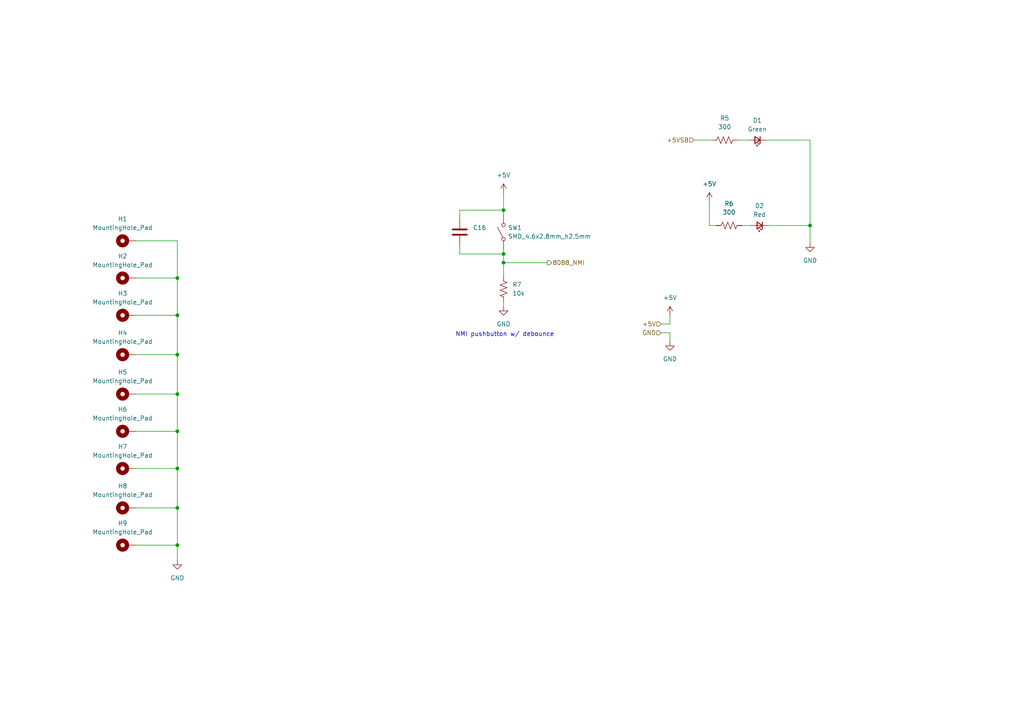
<source format=kicad_sch>
(kicad_sch
	(version 20231120)
	(generator "eeschema")
	(generator_version "8.0")
	(uuid "ed590157-7686-4133-94e5-4b4a748bc5bd")
	(paper "A4")
	(lib_symbols
		(symbol "Device:C"
			(pin_numbers hide)
			(pin_names
				(offset 0.254)
			)
			(exclude_from_sim no)
			(in_bom yes)
			(on_board yes)
			(property "Reference" "C"
				(at 0.635 2.54 0)
				(effects
					(font
						(size 1.27 1.27)
					)
					(justify left)
				)
			)
			(property "Value" "C"
				(at 0.635 -2.54 0)
				(effects
					(font
						(size 1.27 1.27)
					)
					(justify left)
				)
			)
			(property "Footprint" ""
				(at 0.9652 -3.81 0)
				(effects
					(font
						(size 1.27 1.27)
					)
					(hide yes)
				)
			)
			(property "Datasheet" "~"
				(at 0 0 0)
				(effects
					(font
						(size 1.27 1.27)
					)
					(hide yes)
				)
			)
			(property "Description" "Unpolarized capacitor"
				(at 0 0 0)
				(effects
					(font
						(size 1.27 1.27)
					)
					(hide yes)
				)
			)
			(property "ki_keywords" "cap capacitor"
				(at 0 0 0)
				(effects
					(font
						(size 1.27 1.27)
					)
					(hide yes)
				)
			)
			(property "ki_fp_filters" "C_*"
				(at 0 0 0)
				(effects
					(font
						(size 1.27 1.27)
					)
					(hide yes)
				)
			)
			(symbol "C_0_1"
				(polyline
					(pts
						(xy -2.032 -0.762) (xy 2.032 -0.762)
					)
					(stroke
						(width 0.508)
						(type default)
					)
					(fill
						(type none)
					)
				)
				(polyline
					(pts
						(xy -2.032 0.762) (xy 2.032 0.762)
					)
					(stroke
						(width 0.508)
						(type default)
					)
					(fill
						(type none)
					)
				)
			)
			(symbol "C_1_1"
				(pin passive line
					(at 0 3.81 270)
					(length 2.794)
					(name "~"
						(effects
							(font
								(size 1.27 1.27)
							)
						)
					)
					(number "1"
						(effects
							(font
								(size 1.27 1.27)
							)
						)
					)
				)
				(pin passive line
					(at 0 -3.81 90)
					(length 2.794)
					(name "~"
						(effects
							(font
								(size 1.27 1.27)
							)
						)
					)
					(number "2"
						(effects
							(font
								(size 1.27 1.27)
							)
						)
					)
				)
			)
		)
		(symbol "Device:LED_Small"
			(pin_numbers hide)
			(pin_names
				(offset 0.254) hide)
			(exclude_from_sim no)
			(in_bom yes)
			(on_board yes)
			(property "Reference" "D"
				(at -1.27 3.175 0)
				(effects
					(font
						(size 1.27 1.27)
					)
					(justify left)
				)
			)
			(property "Value" "LED_Small"
				(at -4.445 -2.54 0)
				(effects
					(font
						(size 1.27 1.27)
					)
					(justify left)
				)
			)
			(property "Footprint" ""
				(at 0 0 90)
				(effects
					(font
						(size 1.27 1.27)
					)
					(hide yes)
				)
			)
			(property "Datasheet" "~"
				(at 0 0 90)
				(effects
					(font
						(size 1.27 1.27)
					)
					(hide yes)
				)
			)
			(property "Description" "Light emitting diode, small symbol"
				(at 0 0 0)
				(effects
					(font
						(size 1.27 1.27)
					)
					(hide yes)
				)
			)
			(property "ki_keywords" "LED diode light-emitting-diode"
				(at 0 0 0)
				(effects
					(font
						(size 1.27 1.27)
					)
					(hide yes)
				)
			)
			(property "ki_fp_filters" "LED* LED_SMD:* LED_THT:*"
				(at 0 0 0)
				(effects
					(font
						(size 1.27 1.27)
					)
					(hide yes)
				)
			)
			(symbol "LED_Small_0_1"
				(polyline
					(pts
						(xy -0.762 -1.016) (xy -0.762 1.016)
					)
					(stroke
						(width 0.254)
						(type default)
					)
					(fill
						(type none)
					)
				)
				(polyline
					(pts
						(xy 1.016 0) (xy -0.762 0)
					)
					(stroke
						(width 0)
						(type default)
					)
					(fill
						(type none)
					)
				)
				(polyline
					(pts
						(xy 0.762 -1.016) (xy -0.762 0) (xy 0.762 1.016) (xy 0.762 -1.016)
					)
					(stroke
						(width 0.254)
						(type default)
					)
					(fill
						(type none)
					)
				)
				(polyline
					(pts
						(xy 0 0.762) (xy -0.508 1.27) (xy -0.254 1.27) (xy -0.508 1.27) (xy -0.508 1.016)
					)
					(stroke
						(width 0)
						(type default)
					)
					(fill
						(type none)
					)
				)
				(polyline
					(pts
						(xy 0.508 1.27) (xy 0 1.778) (xy 0.254 1.778) (xy 0 1.778) (xy 0 1.524)
					)
					(stroke
						(width 0)
						(type default)
					)
					(fill
						(type none)
					)
				)
			)
			(symbol "LED_Small_1_1"
				(pin passive line
					(at -2.54 0 0)
					(length 1.778)
					(name "K"
						(effects
							(font
								(size 1.27 1.27)
							)
						)
					)
					(number "1"
						(effects
							(font
								(size 1.27 1.27)
							)
						)
					)
				)
				(pin passive line
					(at 2.54 0 180)
					(length 1.778)
					(name "A"
						(effects
							(font
								(size 1.27 1.27)
							)
						)
					)
					(number "2"
						(effects
							(font
								(size 1.27 1.27)
							)
						)
					)
				)
			)
		)
		(symbol "Device:R_US"
			(pin_numbers hide)
			(pin_names
				(offset 0)
			)
			(exclude_from_sim no)
			(in_bom yes)
			(on_board yes)
			(property "Reference" "R"
				(at 2.54 0 90)
				(effects
					(font
						(size 1.27 1.27)
					)
				)
			)
			(property "Value" "R_US"
				(at -2.54 0 90)
				(effects
					(font
						(size 1.27 1.27)
					)
				)
			)
			(property "Footprint" ""
				(at 1.016 -0.254 90)
				(effects
					(font
						(size 1.27 1.27)
					)
					(hide yes)
				)
			)
			(property "Datasheet" "~"
				(at 0 0 0)
				(effects
					(font
						(size 1.27 1.27)
					)
					(hide yes)
				)
			)
			(property "Description" "Resistor, US symbol"
				(at 0 0 0)
				(effects
					(font
						(size 1.27 1.27)
					)
					(hide yes)
				)
			)
			(property "ki_keywords" "R res resistor"
				(at 0 0 0)
				(effects
					(font
						(size 1.27 1.27)
					)
					(hide yes)
				)
			)
			(property "ki_fp_filters" "R_*"
				(at 0 0 0)
				(effects
					(font
						(size 1.27 1.27)
					)
					(hide yes)
				)
			)
			(symbol "R_US_0_1"
				(polyline
					(pts
						(xy 0 -2.286) (xy 0 -2.54)
					)
					(stroke
						(width 0)
						(type default)
					)
					(fill
						(type none)
					)
				)
				(polyline
					(pts
						(xy 0 2.286) (xy 0 2.54)
					)
					(stroke
						(width 0)
						(type default)
					)
					(fill
						(type none)
					)
				)
				(polyline
					(pts
						(xy 0 -0.762) (xy 1.016 -1.143) (xy 0 -1.524) (xy -1.016 -1.905) (xy 0 -2.286)
					)
					(stroke
						(width 0)
						(type default)
					)
					(fill
						(type none)
					)
				)
				(polyline
					(pts
						(xy 0 0.762) (xy 1.016 0.381) (xy 0 0) (xy -1.016 -0.381) (xy 0 -0.762)
					)
					(stroke
						(width 0)
						(type default)
					)
					(fill
						(type none)
					)
				)
				(polyline
					(pts
						(xy 0 2.286) (xy 1.016 1.905) (xy 0 1.524) (xy -1.016 1.143) (xy 0 0.762)
					)
					(stroke
						(width 0)
						(type default)
					)
					(fill
						(type none)
					)
				)
			)
			(symbol "R_US_1_1"
				(pin passive line
					(at 0 3.81 270)
					(length 1.27)
					(name "~"
						(effects
							(font
								(size 1.27 1.27)
							)
						)
					)
					(number "1"
						(effects
							(font
								(size 1.27 1.27)
							)
						)
					)
				)
				(pin passive line
					(at 0 -3.81 90)
					(length 1.27)
					(name "~"
						(effects
							(font
								(size 1.27 1.27)
							)
						)
					)
					(number "2"
						(effects
							(font
								(size 1.27 1.27)
							)
						)
					)
				)
			)
		)
		(symbol "Mechanical:MountingHole_Pad"
			(pin_numbers hide)
			(pin_names
				(offset 1.016) hide)
			(exclude_from_sim no)
			(in_bom yes)
			(on_board yes)
			(property "Reference" "H"
				(at 0 6.35 0)
				(effects
					(font
						(size 1.27 1.27)
					)
				)
			)
			(property "Value" "MountingHole_Pad"
				(at 0 4.445 0)
				(effects
					(font
						(size 1.27 1.27)
					)
				)
			)
			(property "Footprint" ""
				(at 0 0 0)
				(effects
					(font
						(size 1.27 1.27)
					)
					(hide yes)
				)
			)
			(property "Datasheet" "~"
				(at 0 0 0)
				(effects
					(font
						(size 1.27 1.27)
					)
					(hide yes)
				)
			)
			(property "Description" "Mounting Hole with connection"
				(at 0 0 0)
				(effects
					(font
						(size 1.27 1.27)
					)
					(hide yes)
				)
			)
			(property "ki_keywords" "mounting hole"
				(at 0 0 0)
				(effects
					(font
						(size 1.27 1.27)
					)
					(hide yes)
				)
			)
			(property "ki_fp_filters" "MountingHole*Pad*"
				(at 0 0 0)
				(effects
					(font
						(size 1.27 1.27)
					)
					(hide yes)
				)
			)
			(symbol "MountingHole_Pad_0_1"
				(circle
					(center 0 1.27)
					(radius 1.27)
					(stroke
						(width 1.27)
						(type default)
					)
					(fill
						(type none)
					)
				)
			)
			(symbol "MountingHole_Pad_1_1"
				(pin input line
					(at 0 -2.54 90)
					(length 2.54)
					(name "1"
						(effects
							(font
								(size 1.27 1.27)
							)
						)
					)
					(number "1"
						(effects
							(font
								(size 1.27 1.27)
							)
						)
					)
				)
			)
		)
		(symbol "SparkFun-Switch:SPST_Momentary_SMD_4.6x2.8mm_h2.5mm"
			(pin_numbers hide)
			(pin_names
				(offset 0) hide)
			(exclude_from_sim no)
			(in_bom yes)
			(on_board yes)
			(property "Reference" "SW"
				(at 0 3.175 0)
				(effects
					(font
						(size 1.27 1.27)
					)
				)
			)
			(property "Value" "SMD_4.6x2.8mm_h2.5mm"
				(at 0 -2.54 0)
				(effects
					(font
						(size 1.27 1.27)
					)
				)
			)
			(property "Footprint" "SparkFun-Switch:Momentary_SMD_4.6x2.8mm_h2.5mm"
				(at 0 -5.08 0)
				(effects
					(font
						(size 1.27 1.27)
					)
					(hide yes)
				)
			)
			(property "Datasheet" "~"
				(at 0 -10.16 0)
				(effects
					(font
						(size 1.27 1.27)
					)
					(hide yes)
				)
			)
			(property "Description" "Single Pole Single Throw (SPST) switch"
				(at 0 0 0)
				(effects
					(font
						(size 1.27 1.27)
					)
					(hide yes)
				)
			)
			(property "PROD_ID" "SWCH-15606"
				(at 0 -7.62 0)
				(effects
					(font
						(size 1.27 1.27)
					)
					(hide yes)
				)
			)
			(property "ki_keywords" "switch lever"
				(at 0 0 0)
				(effects
					(font
						(size 1.27 1.27)
					)
					(hide yes)
				)
			)
			(symbol "SPST_Momentary_SMD_4.6x2.8mm_h2.5mm_0_0"
				(circle
					(center -2.032 0)
					(radius 0.508)
					(stroke
						(width 0)
						(type default)
					)
					(fill
						(type none)
					)
				)
				(polyline
					(pts
						(xy -1.524 0.254) (xy 1.524 1.778)
					)
					(stroke
						(width 0)
						(type default)
					)
					(fill
						(type none)
					)
				)
				(circle
					(center 2.032 0)
					(radius 0.508)
					(stroke
						(width 0)
						(type default)
					)
					(fill
						(type none)
					)
				)
			)
			(symbol "SPST_Momentary_SMD_4.6x2.8mm_h2.5mm_1_1"
				(pin passive line
					(at -5.08 0 0)
					(length 2.54)
					(name "A"
						(effects
							(font
								(size 1.27 1.27)
							)
						)
					)
					(number "1"
						(effects
							(font
								(size 1.27 1.27)
							)
						)
					)
				)
				(pin passive line
					(at 5.08 0 180)
					(length 2.54)
					(name "B"
						(effects
							(font
								(size 1.27 1.27)
							)
						)
					)
					(number "2"
						(effects
							(font
								(size 1.27 1.27)
							)
						)
					)
				)
			)
		)
		(symbol "power:+5V"
			(power)
			(pin_names
				(offset 0)
			)
			(exclude_from_sim no)
			(in_bom yes)
			(on_board yes)
			(property "Reference" "#PWR"
				(at 0 -3.81 0)
				(effects
					(font
						(size 1.27 1.27)
					)
					(hide yes)
				)
			)
			(property "Value" "+5V"
				(at 0 3.556 0)
				(effects
					(font
						(size 1.27 1.27)
					)
				)
			)
			(property "Footprint" ""
				(at 0 0 0)
				(effects
					(font
						(size 1.27 1.27)
					)
					(hide yes)
				)
			)
			(property "Datasheet" ""
				(at 0 0 0)
				(effects
					(font
						(size 1.27 1.27)
					)
					(hide yes)
				)
			)
			(property "Description" "Power symbol creates a global label with name \"+5V\""
				(at 0 0 0)
				(effects
					(font
						(size 1.27 1.27)
					)
					(hide yes)
				)
			)
			(property "ki_keywords" "global power"
				(at 0 0 0)
				(effects
					(font
						(size 1.27 1.27)
					)
					(hide yes)
				)
			)
			(symbol "+5V_0_1"
				(polyline
					(pts
						(xy -0.762 1.27) (xy 0 2.54)
					)
					(stroke
						(width 0)
						(type default)
					)
					(fill
						(type none)
					)
				)
				(polyline
					(pts
						(xy 0 0) (xy 0 2.54)
					)
					(stroke
						(width 0)
						(type default)
					)
					(fill
						(type none)
					)
				)
				(polyline
					(pts
						(xy 0 2.54) (xy 0.762 1.27)
					)
					(stroke
						(width 0)
						(type default)
					)
					(fill
						(type none)
					)
				)
			)
			(symbol "+5V_1_1"
				(pin power_in line
					(at 0 0 90)
					(length 0) hide
					(name "+5V"
						(effects
							(font
								(size 1.27 1.27)
							)
						)
					)
					(number "1"
						(effects
							(font
								(size 1.27 1.27)
							)
						)
					)
				)
			)
		)
		(symbol "power:GND"
			(power)
			(pin_names
				(offset 0)
			)
			(exclude_from_sim no)
			(in_bom yes)
			(on_board yes)
			(property "Reference" "#PWR"
				(at 0 -6.35 0)
				(effects
					(font
						(size 1.27 1.27)
					)
					(hide yes)
				)
			)
			(property "Value" "GND"
				(at 0 -3.81 0)
				(effects
					(font
						(size 1.27 1.27)
					)
				)
			)
			(property "Footprint" ""
				(at 0 0 0)
				(effects
					(font
						(size 1.27 1.27)
					)
					(hide yes)
				)
			)
			(property "Datasheet" ""
				(at 0 0 0)
				(effects
					(font
						(size 1.27 1.27)
					)
					(hide yes)
				)
			)
			(property "Description" "Power symbol creates a global label with name \"GND\" , ground"
				(at 0 0 0)
				(effects
					(font
						(size 1.27 1.27)
					)
					(hide yes)
				)
			)
			(property "ki_keywords" "global power"
				(at 0 0 0)
				(effects
					(font
						(size 1.27 1.27)
					)
					(hide yes)
				)
			)
			(symbol "GND_0_1"
				(polyline
					(pts
						(xy 0 0) (xy 0 -1.27) (xy 1.27 -1.27) (xy 0 -2.54) (xy -1.27 -1.27) (xy 0 -1.27)
					)
					(stroke
						(width 0)
						(type default)
					)
					(fill
						(type none)
					)
				)
			)
			(symbol "GND_1_1"
				(pin power_in line
					(at 0 0 270)
					(length 0) hide
					(name "GND"
						(effects
							(font
								(size 1.27 1.27)
							)
						)
					)
					(number "1"
						(effects
							(font
								(size 1.27 1.27)
							)
						)
					)
				)
			)
		)
	)
	(junction
		(at 146.05 76.2)
		(diameter 0)
		(color 0 0 0 0)
		(uuid "04b00bb8-2d3e-4f5e-9fb6-01ee50bfdaa7")
	)
	(junction
		(at 146.05 73.66)
		(diameter 0)
		(color 0 0 0 0)
		(uuid "1155bf37-6997-4f66-939d-45ebedecf4d7")
	)
	(junction
		(at 51.435 147.32)
		(diameter 0)
		(color 0 0 0 0)
		(uuid "39bef776-d8ad-4f5a-805b-dc999348e261")
	)
	(junction
		(at 51.435 91.44)
		(diameter 0)
		(color 0 0 0 0)
		(uuid "3e775321-eac9-431e-bd42-b02720e7ab2f")
	)
	(junction
		(at 51.435 125.095)
		(diameter 0)
		(color 0 0 0 0)
		(uuid "57b11d60-17ae-4d57-badc-c0d6479ed33c")
	)
	(junction
		(at 51.435 158.115)
		(diameter 0)
		(color 0 0 0 0)
		(uuid "618240a1-6add-4212-8d71-8ae426c71d2c")
	)
	(junction
		(at 234.95 65.405)
		(diameter 0)
		(color 0 0 0 0)
		(uuid "966bdd8f-8909-4380-8cc4-92cc9a275de4")
	)
	(junction
		(at 51.435 102.87)
		(diameter 0)
		(color 0 0 0 0)
		(uuid "a4e2a2e6-4935-4178-8004-4f28459b6b4d")
	)
	(junction
		(at 51.435 135.89)
		(diameter 0)
		(color 0 0 0 0)
		(uuid "a8c20ecb-342c-4b52-9051-b6bcb2c62a53")
	)
	(junction
		(at 51.435 114.3)
		(diameter 0)
		(color 0 0 0 0)
		(uuid "acb742da-b784-4308-b042-95b59d658b6c")
	)
	(junction
		(at 146.05 60.96)
		(diameter 0)
		(color 0 0 0 0)
		(uuid "b14a60eb-2eb4-4a35-9d51-1c07dc368925")
	)
	(junction
		(at 51.435 80.645)
		(diameter 0)
		(color 0 0 0 0)
		(uuid "b4bf27fe-338d-4115-a4b4-e85d58743dbf")
	)
	(wire
		(pts
			(xy 51.435 114.3) (xy 51.435 102.87)
		)
		(stroke
			(width 0)
			(type default)
		)
		(uuid "013500b2-51be-4240-b0d5-04edacf1e399")
	)
	(wire
		(pts
			(xy 39.37 158.115) (xy 51.435 158.115)
		)
		(stroke
			(width 0)
			(type default)
		)
		(uuid "06f4cbb2-4288-4b7d-acf0-928aafe62b5f")
	)
	(wire
		(pts
			(xy 39.37 80.645) (xy 51.435 80.645)
		)
		(stroke
			(width 0)
			(type default)
		)
		(uuid "0e4c94c7-3f91-4fa6-a56e-1ccf4833d9e7")
	)
	(wire
		(pts
			(xy 39.37 125.095) (xy 51.435 125.095)
		)
		(stroke
			(width 0)
			(type default)
		)
		(uuid "16dfac3f-8741-4293-a719-358d484e98d4")
	)
	(wire
		(pts
			(xy 51.435 80.645) (xy 51.435 69.85)
		)
		(stroke
			(width 0)
			(type default)
		)
		(uuid "1a7dd313-bbe4-404c-aebd-45ece50d3b5c")
	)
	(wire
		(pts
			(xy 234.95 40.64) (xy 234.95 65.405)
		)
		(stroke
			(width 0)
			(type default)
		)
		(uuid "1be1b1ac-74c4-4cc0-962b-3bbd95535150")
	)
	(wire
		(pts
			(xy 51.435 102.87) (xy 51.435 91.44)
		)
		(stroke
			(width 0)
			(type default)
		)
		(uuid "21a94be6-8f9b-4f90-904c-ef33a41afcc3")
	)
	(wire
		(pts
			(xy 146.05 72.39) (xy 146.05 73.66)
		)
		(stroke
			(width 0)
			(type default)
		)
		(uuid "25a10bb5-9b98-4002-ae93-88d08b6b9739")
	)
	(wire
		(pts
			(xy 51.435 158.115) (xy 51.435 147.32)
		)
		(stroke
			(width 0)
			(type default)
		)
		(uuid "2cba2dff-eec4-4d1f-988f-8591ec252977")
	)
	(wire
		(pts
			(xy 146.05 76.2) (xy 158.75 76.2)
		)
		(stroke
			(width 0)
			(type default)
		)
		(uuid "2dde48cf-e070-4e12-8dbe-ffccb1f1eaad")
	)
	(wire
		(pts
			(xy 205.74 58.42) (xy 205.74 65.405)
		)
		(stroke
			(width 0)
			(type default)
		)
		(uuid "3417802f-8fb3-4628-94ed-de8bea5be7ed")
	)
	(wire
		(pts
			(xy 191.77 93.98) (xy 194.31 93.98)
		)
		(stroke
			(width 0)
			(type default)
		)
		(uuid "37b41016-c824-46b7-83e1-271e60d1fc26")
	)
	(wire
		(pts
			(xy 201.295 40.64) (xy 206.375 40.64)
		)
		(stroke
			(width 0)
			(type default)
		)
		(uuid "405ede7f-ddaa-48e2-9ebe-e8b60cbdee50")
	)
	(wire
		(pts
			(xy 133.35 73.66) (xy 146.05 73.66)
		)
		(stroke
			(width 0)
			(type default)
		)
		(uuid "44527bb3-f8fe-491c-b6ee-0bffd8980d31")
	)
	(wire
		(pts
			(xy 213.995 40.64) (xy 217.17 40.64)
		)
		(stroke
			(width 0)
			(type default)
		)
		(uuid "45a1f584-0d1f-46eb-8e79-afe4cbc372b7")
	)
	(wire
		(pts
			(xy 133.35 60.96) (xy 146.05 60.96)
		)
		(stroke
			(width 0)
			(type default)
		)
		(uuid "4c1feddb-c7aa-4ba9-a21d-aa58dc749fdf")
	)
	(wire
		(pts
			(xy 51.435 147.32) (xy 51.435 135.89)
		)
		(stroke
			(width 0)
			(type default)
		)
		(uuid "4e5c829c-c93b-4f6a-8330-261659f93510")
	)
	(wire
		(pts
			(xy 146.05 55.88) (xy 146.05 60.96)
		)
		(stroke
			(width 0)
			(type default)
		)
		(uuid "58ae16e0-8d30-4b1e-a084-41ff765d3228")
	)
	(wire
		(pts
			(xy 146.05 73.66) (xy 146.05 76.2)
		)
		(stroke
			(width 0)
			(type default)
		)
		(uuid "6637a609-eba4-48eb-a2c8-72451be745d8")
	)
	(wire
		(pts
			(xy 194.31 93.98) (xy 194.31 91.44)
		)
		(stroke
			(width 0)
			(type default)
		)
		(uuid "70bce4da-59c8-4790-828a-81af57436176")
	)
	(wire
		(pts
			(xy 234.95 65.405) (xy 234.95 70.485)
		)
		(stroke
			(width 0)
			(type default)
		)
		(uuid "8071195c-254e-410b-a197-478103e27bc9")
	)
	(wire
		(pts
			(xy 51.435 69.85) (xy 39.37 69.85)
		)
		(stroke
			(width 0)
			(type default)
		)
		(uuid "87a68dfc-1445-430e-9416-5b14b1da0530")
	)
	(wire
		(pts
			(xy 146.05 87.63) (xy 146.05 88.9)
		)
		(stroke
			(width 0)
			(type default)
		)
		(uuid "882b6057-9c58-4b4e-8837-63f6f31be656")
	)
	(wire
		(pts
			(xy 133.35 71.12) (xy 133.35 73.66)
		)
		(stroke
			(width 0)
			(type default)
		)
		(uuid "893b0de5-b83a-45bc-b149-331df4ab4712")
	)
	(wire
		(pts
			(xy 133.35 63.5) (xy 133.35 60.96)
		)
		(stroke
			(width 0)
			(type default)
		)
		(uuid "8b33a325-c271-4477-b48e-4a0de8839c9a")
	)
	(wire
		(pts
			(xy 194.31 96.52) (xy 194.31 99.06)
		)
		(stroke
			(width 0)
			(type default)
		)
		(uuid "9813de58-b5f7-44c0-bbc3-861907d38e1d")
	)
	(wire
		(pts
			(xy 222.25 40.64) (xy 234.95 40.64)
		)
		(stroke
			(width 0)
			(type default)
		)
		(uuid "9ee32891-5aa5-4474-9af6-bfa2864fff3c")
	)
	(wire
		(pts
			(xy 191.77 96.52) (xy 194.31 96.52)
		)
		(stroke
			(width 0)
			(type default)
		)
		(uuid "a2967337-6f1a-460a-8d30-2815fe52512d")
	)
	(wire
		(pts
			(xy 222.885 65.405) (xy 234.95 65.405)
		)
		(stroke
			(width 0)
			(type default)
		)
		(uuid "a336ba99-898f-4f8a-968b-b80c099a06ce")
	)
	(wire
		(pts
			(xy 146.05 76.2) (xy 146.05 80.01)
		)
		(stroke
			(width 0)
			(type default)
		)
		(uuid "a5c47e96-8ad0-4bc5-a82d-dd1204fcce83")
	)
	(wire
		(pts
			(xy 39.37 135.89) (xy 51.435 135.89)
		)
		(stroke
			(width 0)
			(type default)
		)
		(uuid "a767dc41-f025-440f-9019-f41f604be0d5")
	)
	(wire
		(pts
			(xy 51.435 135.89) (xy 51.435 125.095)
		)
		(stroke
			(width 0)
			(type default)
		)
		(uuid "b26a353d-1163-4be7-a86a-0b9cb226f404")
	)
	(wire
		(pts
			(xy 39.37 147.32) (xy 51.435 147.32)
		)
		(stroke
			(width 0)
			(type default)
		)
		(uuid "b402dd9f-7f30-4d61-99eb-2f4813388bf4")
	)
	(wire
		(pts
			(xy 51.435 125.095) (xy 51.435 114.3)
		)
		(stroke
			(width 0)
			(type default)
		)
		(uuid "bf776a06-cea2-42d1-9934-6444bf579bdc")
	)
	(wire
		(pts
			(xy 39.37 102.87) (xy 51.435 102.87)
		)
		(stroke
			(width 0)
			(type default)
		)
		(uuid "c27373f2-8909-42f8-8ed6-5f20d9163819")
	)
	(wire
		(pts
			(xy 215.265 65.405) (xy 217.805 65.405)
		)
		(stroke
			(width 0)
			(type default)
		)
		(uuid "cac4675f-8e5b-4808-a20d-2a8af3db232b")
	)
	(wire
		(pts
			(xy 51.435 91.44) (xy 51.435 80.645)
		)
		(stroke
			(width 0)
			(type default)
		)
		(uuid "d4b351da-7f33-4c71-b068-1bfc53a379b2")
	)
	(wire
		(pts
			(xy 146.05 60.96) (xy 146.05 62.23)
		)
		(stroke
			(width 0)
			(type default)
		)
		(uuid "df5ee52a-ce25-4e52-8bcb-11786fe415a7")
	)
	(wire
		(pts
			(xy 51.435 162.56) (xy 51.435 158.115)
		)
		(stroke
			(width 0)
			(type default)
		)
		(uuid "ec3d4b04-770a-4e14-92b1-b5489f66fc0b")
	)
	(wire
		(pts
			(xy 205.74 65.405) (xy 207.645 65.405)
		)
		(stroke
			(width 0)
			(type default)
		)
		(uuid "f13b4877-66c6-4f45-869f-d40cae8f0e02")
	)
	(wire
		(pts
			(xy 51.435 114.3) (xy 39.37 114.3)
		)
		(stroke
			(width 0)
			(type default)
		)
		(uuid "fb6f32c6-50ea-4c09-8a68-c92b34f5fd7e")
	)
	(wire
		(pts
			(xy 39.37 91.44) (xy 51.435 91.44)
		)
		(stroke
			(width 0)
			(type default)
		)
		(uuid "ff572d51-bfc1-4db0-ab7e-59a543674d5f")
	)
	(text "NMI pushbutton w/ debounce"
		(exclude_from_sim no)
		(at 132.08 97.79 0)
		(effects
			(font
				(size 1.27 1.27)
			)
			(justify left bottom)
		)
		(uuid "963e9851-bb2a-4e7f-a002-b66cea92e141")
	)
	(hierarchical_label "+5VSB"
		(shape input)
		(at 201.295 40.64 180)
		(fields_autoplaced yes)
		(effects
			(font
				(size 1.27 1.27)
			)
			(justify right)
		)
		(uuid "49a48379-25e6-44a6-a090-71593ea32912")
	)
	(hierarchical_label "GND"
		(shape input)
		(at 191.77 96.52 180)
		(fields_autoplaced yes)
		(effects
			(font
				(size 1.27 1.27)
			)
			(justify right)
		)
		(uuid "658da510-3c5e-41de-b23c-4f60402dce85")
	)
	(hierarchical_label "8088_NMI"
		(shape output)
		(at 158.75 76.2 0)
		(fields_autoplaced yes)
		(effects
			(font
				(size 1.27 1.27)
			)
			(justify left)
		)
		(uuid "b7f5d006-f217-4368-a97c-e6e0f7ae6a53")
	)
	(hierarchical_label "+5V"
		(shape input)
		(at 191.77 93.98 180)
		(fields_autoplaced yes)
		(effects
			(font
				(size 1.27 1.27)
			)
			(justify right)
		)
		(uuid "cae6ca56-d31c-40e1-bf0f-5ef1e182d126")
	)
	(symbol
		(lib_id "Mechanical:MountingHole_Pad")
		(at 36.83 69.85 90)
		(unit 1)
		(exclude_from_sim no)
		(in_bom yes)
		(on_board yes)
		(dnp no)
		(fields_autoplaced yes)
		(uuid "149bfca6-9688-43de-a17f-0447dfc6b818")
		(property "Reference" "H1"
			(at 35.56 63.5 90)
			(effects
				(font
					(size 1.27 1.27)
				)
			)
		)
		(property "Value" "MountingHole_Pad"
			(at 35.56 66.04 90)
			(effects
				(font
					(size 1.27 1.27)
				)
			)
		)
		(property "Footprint" "MountingHole:MountingHole_4mm_Pad"
			(at 36.83 69.85 0)
			(effects
				(font
					(size 1.27 1.27)
				)
				(hide yes)
			)
		)
		(property "Datasheet" "~"
			(at 36.83 69.85 0)
			(effects
				(font
					(size 1.27 1.27)
				)
				(hide yes)
			)
		)
		(property "Description" ""
			(at 36.83 69.85 0)
			(effects
				(font
					(size 1.27 1.27)
				)
				(hide yes)
			)
		)
		(pin "1"
			(uuid "42fb95f0-a59f-49d8-8305-84ec93ebcd98")
		)
		(instances
			(project "prototype_8088"
				(path "/5e468d94-0319-44d1-a77f-2adc451eed13/4898bb81-eb43-46b2-921b-826de7c22e53"
					(reference "H1")
					(unit 1)
				)
			)
		)
	)
	(symbol
		(lib_id "power:GND")
		(at 51.435 162.56 0)
		(unit 1)
		(exclude_from_sim no)
		(in_bom yes)
		(on_board yes)
		(dnp no)
		(fields_autoplaced yes)
		(uuid "1738f685-9f79-4d6a-8043-d6581611168e")
		(property "Reference" "#PWR096"
			(at 51.435 168.91 0)
			(effects
				(font
					(size 1.27 1.27)
				)
				(hide yes)
			)
		)
		(property "Value" "GND"
			(at 51.435 167.64 0)
			(effects
				(font
					(size 1.27 1.27)
				)
			)
		)
		(property "Footprint" ""
			(at 51.435 162.56 0)
			(effects
				(font
					(size 1.27 1.27)
				)
				(hide yes)
			)
		)
		(property "Datasheet" ""
			(at 51.435 162.56 0)
			(effects
				(font
					(size 1.27 1.27)
				)
				(hide yes)
			)
		)
		(property "Description" ""
			(at 51.435 162.56 0)
			(effects
				(font
					(size 1.27 1.27)
				)
				(hide yes)
			)
		)
		(pin "1"
			(uuid "f1a2d3c3-0a1a-4cab-8a88-a9b0406cb533")
		)
		(instances
			(project "prototype_8088"
				(path "/5e468d94-0319-44d1-a77f-2adc451eed13/4898bb81-eb43-46b2-921b-826de7c22e53"
					(reference "#PWR096")
					(unit 1)
				)
			)
		)
	)
	(symbol
		(lib_id "Mechanical:MountingHole_Pad")
		(at 36.83 125.095 90)
		(unit 1)
		(exclude_from_sim no)
		(in_bom yes)
		(on_board yes)
		(dnp no)
		(fields_autoplaced yes)
		(uuid "221bd122-886b-474c-bce1-87e4029e5c21")
		(property "Reference" "H6"
			(at 35.56 118.745 90)
			(effects
				(font
					(size 1.27 1.27)
				)
			)
		)
		(property "Value" "MountingHole_Pad"
			(at 35.56 121.285 90)
			(effects
				(font
					(size 1.27 1.27)
				)
			)
		)
		(property "Footprint" "MountingHole:MountingHole_4mm_Pad"
			(at 36.83 125.095 0)
			(effects
				(font
					(size 1.27 1.27)
				)
				(hide yes)
			)
		)
		(property "Datasheet" "~"
			(at 36.83 125.095 0)
			(effects
				(font
					(size 1.27 1.27)
				)
				(hide yes)
			)
		)
		(property "Description" ""
			(at 36.83 125.095 0)
			(effects
				(font
					(size 1.27 1.27)
				)
				(hide yes)
			)
		)
		(pin "1"
			(uuid "aa234d2a-2105-4005-9ce5-070664ad7640")
		)
		(instances
			(project "prototype_8088"
				(path "/5e468d94-0319-44d1-a77f-2adc451eed13/4898bb81-eb43-46b2-921b-826de7c22e53"
					(reference "H6")
					(unit 1)
				)
			)
		)
	)
	(symbol
		(lib_id "Device:LED_Small")
		(at 219.71 40.64 180)
		(unit 1)
		(exclude_from_sim no)
		(in_bom yes)
		(on_board yes)
		(dnp no)
		(fields_autoplaced yes)
		(uuid "3a816e6c-2ada-4268-b03b-636e3bcd8fd1")
		(property "Reference" "D1"
			(at 219.6465 34.925 0)
			(effects
				(font
					(size 1.27 1.27)
				)
			)
		)
		(property "Value" "Green"
			(at 219.6465 37.465 0)
			(effects
				(font
					(size 1.27 1.27)
				)
			)
		)
		(property "Footprint" "LED_THT:LED_D3.0mm"
			(at 219.71 40.64 90)
			(effects
				(font
					(size 1.27 1.27)
				)
				(hide yes)
			)
		)
		(property "Datasheet" "~"
			(at 219.71 40.64 90)
			(effects
				(font
					(size 1.27 1.27)
				)
				(hide yes)
			)
		)
		(property "Description" ""
			(at 219.71 40.64 0)
			(effects
				(font
					(size 1.27 1.27)
				)
				(hide yes)
			)
		)
		(pin "1"
			(uuid "f252ece9-a741-4174-b16a-b3ad19626b48")
		)
		(pin "2"
			(uuid "94683117-cc0f-42e7-927f-45764f305c94")
		)
		(instances
			(project "prototype_8088"
				(path "/5e468d94-0319-44d1-a77f-2adc451eed13/4898bb81-eb43-46b2-921b-826de7c22e53"
					(reference "D1")
					(unit 1)
				)
			)
		)
	)
	(symbol
		(lib_id "Mechanical:MountingHole_Pad")
		(at 36.83 114.3 90)
		(unit 1)
		(exclude_from_sim no)
		(in_bom yes)
		(on_board yes)
		(dnp no)
		(fields_autoplaced yes)
		(uuid "3b5f4d8d-ee96-4eb2-a4ba-7168d6e03a42")
		(property "Reference" "H5"
			(at 35.56 107.95 90)
			(effects
				(font
					(size 1.27 1.27)
				)
			)
		)
		(property "Value" "MountingHole_Pad"
			(at 35.56 110.49 90)
			(effects
				(font
					(size 1.27 1.27)
				)
			)
		)
		(property "Footprint" "MountingHole:MountingHole_4mm_Pad"
			(at 36.83 114.3 0)
			(effects
				(font
					(size 1.27 1.27)
				)
				(hide yes)
			)
		)
		(property "Datasheet" "~"
			(at 36.83 114.3 0)
			(effects
				(font
					(size 1.27 1.27)
				)
				(hide yes)
			)
		)
		(property "Description" ""
			(at 36.83 114.3 0)
			(effects
				(font
					(size 1.27 1.27)
				)
				(hide yes)
			)
		)
		(pin "1"
			(uuid "64db0285-871c-4b20-8ce7-c10180f9b4a0")
		)
		(instances
			(project "prototype_8088"
				(path "/5e468d94-0319-44d1-a77f-2adc451eed13/4898bb81-eb43-46b2-921b-826de7c22e53"
					(reference "H5")
					(unit 1)
				)
			)
		)
	)
	(symbol
		(lib_id "power:GND")
		(at 234.95 70.485 0)
		(unit 1)
		(exclude_from_sim no)
		(in_bom yes)
		(on_board yes)
		(dnp no)
		(fields_autoplaced yes)
		(uuid "3b7f2b0f-7b6b-4452-bc44-b865e92a033c")
		(property "Reference" "#PWR092"
			(at 234.95 76.835 0)
			(effects
				(font
					(size 1.27 1.27)
				)
				(hide yes)
			)
		)
		(property "Value" "GND"
			(at 234.95 75.565 0)
			(effects
				(font
					(size 1.27 1.27)
				)
			)
		)
		(property "Footprint" ""
			(at 234.95 70.485 0)
			(effects
				(font
					(size 1.27 1.27)
				)
				(hide yes)
			)
		)
		(property "Datasheet" ""
			(at 234.95 70.485 0)
			(effects
				(font
					(size 1.27 1.27)
				)
				(hide yes)
			)
		)
		(property "Description" ""
			(at 234.95 70.485 0)
			(effects
				(font
					(size 1.27 1.27)
				)
				(hide yes)
			)
		)
		(pin "1"
			(uuid "8b0518fb-465e-4f1d-af0f-40eb3699afb0")
		)
		(instances
			(project "prototype_8088"
				(path "/5e468d94-0319-44d1-a77f-2adc451eed13/4898bb81-eb43-46b2-921b-826de7c22e53"
					(reference "#PWR092")
					(unit 1)
				)
			)
		)
	)
	(symbol
		(lib_id "Mechanical:MountingHole_Pad")
		(at 36.83 80.645 90)
		(unit 1)
		(exclude_from_sim no)
		(in_bom yes)
		(on_board yes)
		(dnp no)
		(fields_autoplaced yes)
		(uuid "4137eced-c6bb-4ec9-9fa1-aa7f395723ee")
		(property "Reference" "H2"
			(at 35.56 74.295 90)
			(effects
				(font
					(size 1.27 1.27)
				)
			)
		)
		(property "Value" "MountingHole_Pad"
			(at 35.56 76.835 90)
			(effects
				(font
					(size 1.27 1.27)
				)
			)
		)
		(property "Footprint" "MountingHole:MountingHole_4mm_Pad"
			(at 36.83 80.645 0)
			(effects
				(font
					(size 1.27 1.27)
				)
				(hide yes)
			)
		)
		(property "Datasheet" "~"
			(at 36.83 80.645 0)
			(effects
				(font
					(size 1.27 1.27)
				)
				(hide yes)
			)
		)
		(property "Description" ""
			(at 36.83 80.645 0)
			(effects
				(font
					(size 1.27 1.27)
				)
				(hide yes)
			)
		)
		(pin "1"
			(uuid "d9ba94d5-364f-4779-8ae4-ecef83fc8dfe")
		)
		(instances
			(project "prototype_8088"
				(path "/5e468d94-0319-44d1-a77f-2adc451eed13/4898bb81-eb43-46b2-921b-826de7c22e53"
					(reference "H2")
					(unit 1)
				)
			)
		)
	)
	(symbol
		(lib_id "Device:R_US")
		(at 211.455 65.405 90)
		(unit 1)
		(exclude_from_sim no)
		(in_bom yes)
		(on_board yes)
		(dnp no)
		(fields_autoplaced yes)
		(uuid "45c9e341-8708-4dc7-b665-fc80d9f7429c")
		(property "Reference" "R6"
			(at 211.455 59.055 90)
			(effects
				(font
					(size 1.27 1.27)
				)
			)
		)
		(property "Value" "300"
			(at 211.455 61.595 90)
			(effects
				(font
					(size 1.27 1.27)
				)
			)
		)
		(property "Footprint" "Resistor_SMD:R_0805_2012Metric"
			(at 211.709 64.389 90)
			(effects
				(font
					(size 1.27 1.27)
				)
				(hide yes)
			)
		)
		(property "Datasheet" "~"
			(at 211.455 65.405 0)
			(effects
				(font
					(size 1.27 1.27)
				)
				(hide yes)
			)
		)
		(property "Description" ""
			(at 211.455 65.405 0)
			(effects
				(font
					(size 1.27 1.27)
				)
				(hide yes)
			)
		)
		(pin "2"
			(uuid "0a9dc849-4253-4303-b173-ef533c72e1cd")
		)
		(pin "1"
			(uuid "cb2cdcd7-d972-4b96-8f09-73b6a285066f")
		)
		(instances
			(project "prototype_8088"
				(path "/5e468d94-0319-44d1-a77f-2adc451eed13/4898bb81-eb43-46b2-921b-826de7c22e53"
					(reference "R6")
					(unit 1)
				)
			)
		)
	)
	(symbol
		(lib_id "power:+5V")
		(at 194.31 91.44 0)
		(unit 1)
		(exclude_from_sim no)
		(in_bom yes)
		(on_board yes)
		(dnp no)
		(fields_autoplaced yes)
		(uuid "51950f9f-cd9c-4ad9-a940-da0b034e51d1")
		(property "Reference" "#PWR094"
			(at 194.31 95.25 0)
			(effects
				(font
					(size 1.27 1.27)
				)
				(hide yes)
			)
		)
		(property "Value" "+5V"
			(at 194.31 86.36 0)
			(effects
				(font
					(size 1.27 1.27)
				)
			)
		)
		(property "Footprint" ""
			(at 194.31 91.44 0)
			(effects
				(font
					(size 1.27 1.27)
				)
				(hide yes)
			)
		)
		(property "Datasheet" ""
			(at 194.31 91.44 0)
			(effects
				(font
					(size 1.27 1.27)
				)
				(hide yes)
			)
		)
		(property "Description" ""
			(at 194.31 91.44 0)
			(effects
				(font
					(size 1.27 1.27)
				)
				(hide yes)
			)
		)
		(pin "1"
			(uuid "5681777b-aaa3-4008-a3c8-aadf994e6ed3")
		)
		(instances
			(project "prototype_8088"
				(path "/5e468d94-0319-44d1-a77f-2adc451eed13/4898bb81-eb43-46b2-921b-826de7c22e53"
					(reference "#PWR094")
					(unit 1)
				)
			)
		)
	)
	(symbol
		(lib_id "Mechanical:MountingHole_Pad")
		(at 36.83 102.87 90)
		(unit 1)
		(exclude_from_sim no)
		(in_bom yes)
		(on_board yes)
		(dnp no)
		(fields_autoplaced yes)
		(uuid "5e1ae25a-4509-4686-9972-30e1e7eb82e2")
		(property "Reference" "H4"
			(at 35.56 96.52 90)
			(effects
				(font
					(size 1.27 1.27)
				)
			)
		)
		(property "Value" "MountingHole_Pad"
			(at 35.56 99.06 90)
			(effects
				(font
					(size 1.27 1.27)
				)
			)
		)
		(property "Footprint" "MountingHole:MountingHole_4mm_Pad"
			(at 36.83 102.87 0)
			(effects
				(font
					(size 1.27 1.27)
				)
				(hide yes)
			)
		)
		(property "Datasheet" "~"
			(at 36.83 102.87 0)
			(effects
				(font
					(size 1.27 1.27)
				)
				(hide yes)
			)
		)
		(property "Description" ""
			(at 36.83 102.87 0)
			(effects
				(font
					(size 1.27 1.27)
				)
				(hide yes)
			)
		)
		(pin "1"
			(uuid "b1967bce-fb89-44f3-b5a7-3a920f09a828")
		)
		(instances
			(project "prototype_8088"
				(path "/5e468d94-0319-44d1-a77f-2adc451eed13/4898bb81-eb43-46b2-921b-826de7c22e53"
					(reference "H4")
					(unit 1)
				)
			)
		)
	)
	(symbol
		(lib_id "Device:C")
		(at 133.35 67.31 0)
		(unit 1)
		(exclude_from_sim no)
		(in_bom yes)
		(on_board yes)
		(dnp no)
		(fields_autoplaced yes)
		(uuid "5e857694-5e75-4f53-a51b-ef911dd2ba64")
		(property "Reference" "C16"
			(at 137.16 66.04 0)
			(effects
				(font
					(size 1.27 1.27)
				)
				(justify left)
			)
		)
		(property "Value" "10 uF 20% 10V Ceramic"
			(at 137.16 68.58 0)
			(effects
				(font
					(size 1.27 1.27)
				)
				(justify left)
				(hide yes)
			)
		)
		(property "Footprint" "Capacitor_SMD:C_0805_2012Metric"
			(at 134.3152 71.12 0)
			(effects
				(font
					(size 1.27 1.27)
				)
				(hide yes)
			)
		)
		(property "Datasheet" "~"
			(at 133.35 67.31 0)
			(effects
				(font
					(size 1.27 1.27)
				)
				(hide yes)
			)
		)
		(property "Description" ""
			(at 133.35 67.31 0)
			(effects
				(font
					(size 1.27 1.27)
				)
				(hide yes)
			)
		)
		(pin "1"
			(uuid "f134b649-e503-4565-a799-ced2cbf1d4cd")
		)
		(pin "2"
			(uuid "cb24764f-eee2-47ef-acef-7df13bd9a316")
		)
		(instances
			(project "prototype_8088"
				(path "/5e468d94-0319-44d1-a77f-2adc451eed13/4898bb81-eb43-46b2-921b-826de7c22e53"
					(reference "C16")
					(unit 1)
				)
			)
		)
	)
	(symbol
		(lib_id "Device:R_US")
		(at 210.185 40.64 90)
		(unit 1)
		(exclude_from_sim no)
		(in_bom yes)
		(on_board yes)
		(dnp no)
		(fields_autoplaced yes)
		(uuid "668c496b-e0d2-46c6-a842-18cea55e7045")
		(property "Reference" "R5"
			(at 210.185 34.29 90)
			(effects
				(font
					(size 1.27 1.27)
				)
			)
		)
		(property "Value" "300"
			(at 210.185 36.83 90)
			(effects
				(font
					(size 1.27 1.27)
				)
			)
		)
		(property "Footprint" "Resistor_SMD:R_0805_2012Metric"
			(at 210.439 39.624 90)
			(effects
				(font
					(size 1.27 1.27)
				)
				(hide yes)
			)
		)
		(property "Datasheet" "~"
			(at 210.185 40.64 0)
			(effects
				(font
					(size 1.27 1.27)
				)
				(hide yes)
			)
		)
		(property "Description" ""
			(at 210.185 40.64 0)
			(effects
				(font
					(size 1.27 1.27)
				)
				(hide yes)
			)
		)
		(pin "2"
			(uuid "1463cbd2-c9f4-4f1e-bde3-7381960e352b")
		)
		(pin "1"
			(uuid "667f877a-1305-44ef-ae84-56399509aa3f")
		)
		(instances
			(project "prototype_8088"
				(path "/5e468d94-0319-44d1-a77f-2adc451eed13/4898bb81-eb43-46b2-921b-826de7c22e53"
					(reference "R5")
					(unit 1)
				)
			)
		)
	)
	(symbol
		(lib_id "Mechanical:MountingHole_Pad")
		(at 36.83 91.44 90)
		(unit 1)
		(exclude_from_sim no)
		(in_bom yes)
		(on_board yes)
		(dnp no)
		(fields_autoplaced yes)
		(uuid "73650e6a-307a-43d6-8ad9-b7afa628ae62")
		(property "Reference" "H3"
			(at 35.56 85.09 90)
			(effects
				(font
					(size 1.27 1.27)
				)
			)
		)
		(property "Value" "MountingHole_Pad"
			(at 35.56 87.63 90)
			(effects
				(font
					(size 1.27 1.27)
				)
			)
		)
		(property "Footprint" "MountingHole:MountingHole_4mm_Pad"
			(at 36.83 91.44 0)
			(effects
				(font
					(size 1.27 1.27)
				)
				(hide yes)
			)
		)
		(property "Datasheet" "~"
			(at 36.83 91.44 0)
			(effects
				(font
					(size 1.27 1.27)
				)
				(hide yes)
			)
		)
		(property "Description" ""
			(at 36.83 91.44 0)
			(effects
				(font
					(size 1.27 1.27)
				)
				(hide yes)
			)
		)
		(pin "1"
			(uuid "c75ad1b3-7bb7-447b-bc00-a49efd2398a8")
		)
		(instances
			(project "prototype_8088"
				(path "/5e468d94-0319-44d1-a77f-2adc451eed13/4898bb81-eb43-46b2-921b-826de7c22e53"
					(reference "H3")
					(unit 1)
				)
			)
		)
	)
	(symbol
		(lib_id "power:+5V")
		(at 146.05 55.88 0)
		(unit 1)
		(exclude_from_sim no)
		(in_bom yes)
		(on_board yes)
		(dnp no)
		(fields_autoplaced yes)
		(uuid "75ae339e-8182-4207-bf81-fedbc115401f")
		(property "Reference" "#PWR090"
			(at 146.05 59.69 0)
			(effects
				(font
					(size 1.27 1.27)
				)
				(hide yes)
			)
		)
		(property "Value" "+5V"
			(at 146.05 50.8 0)
			(effects
				(font
					(size 1.27 1.27)
				)
			)
		)
		(property "Footprint" ""
			(at 146.05 55.88 0)
			(effects
				(font
					(size 1.27 1.27)
				)
				(hide yes)
			)
		)
		(property "Datasheet" ""
			(at 146.05 55.88 0)
			(effects
				(font
					(size 1.27 1.27)
				)
				(hide yes)
			)
		)
		(property "Description" ""
			(at 146.05 55.88 0)
			(effects
				(font
					(size 1.27 1.27)
				)
				(hide yes)
			)
		)
		(pin "1"
			(uuid "45f94bf6-d25a-4d73-b39c-dddc58596838")
		)
		(instances
			(project "prototype_8088"
				(path "/5e468d94-0319-44d1-a77f-2adc451eed13/4898bb81-eb43-46b2-921b-826de7c22e53"
					(reference "#PWR090")
					(unit 1)
				)
			)
		)
	)
	(symbol
		(lib_id "power:GND")
		(at 146.05 88.9 0)
		(unit 1)
		(exclude_from_sim no)
		(in_bom yes)
		(on_board yes)
		(dnp no)
		(fields_autoplaced yes)
		(uuid "8134ff79-0a06-4ee3-bb09-f9b8ab7c50d3")
		(property "Reference" "#PWR093"
			(at 146.05 95.25 0)
			(effects
				(font
					(size 1.27 1.27)
				)
				(hide yes)
			)
		)
		(property "Value" "GND"
			(at 146.05 93.98 0)
			(effects
				(font
					(size 1.27 1.27)
				)
			)
		)
		(property "Footprint" ""
			(at 146.05 88.9 0)
			(effects
				(font
					(size 1.27 1.27)
				)
				(hide yes)
			)
		)
		(property "Datasheet" ""
			(at 146.05 88.9 0)
			(effects
				(font
					(size 1.27 1.27)
				)
				(hide yes)
			)
		)
		(property "Description" ""
			(at 146.05 88.9 0)
			(effects
				(font
					(size 1.27 1.27)
				)
				(hide yes)
			)
		)
		(pin "1"
			(uuid "093af2db-588f-4398-9555-07fae02fae95")
		)
		(instances
			(project "prototype_8088"
				(path "/5e468d94-0319-44d1-a77f-2adc451eed13/4898bb81-eb43-46b2-921b-826de7c22e53"
					(reference "#PWR093")
					(unit 1)
				)
			)
		)
	)
	(symbol
		(lib_id "power:GND")
		(at 194.31 99.06 0)
		(unit 1)
		(exclude_from_sim no)
		(in_bom yes)
		(on_board yes)
		(dnp no)
		(fields_autoplaced yes)
		(uuid "9c8118f6-d6ce-43b7-b24a-23b25e575897")
		(property "Reference" "#PWR095"
			(at 194.31 105.41 0)
			(effects
				(font
					(size 1.27 1.27)
				)
				(hide yes)
			)
		)
		(property "Value" "GND"
			(at 194.31 104.14 0)
			(effects
				(font
					(size 1.27 1.27)
				)
			)
		)
		(property "Footprint" ""
			(at 194.31 99.06 0)
			(effects
				(font
					(size 1.27 1.27)
				)
				(hide yes)
			)
		)
		(property "Datasheet" ""
			(at 194.31 99.06 0)
			(effects
				(font
					(size 1.27 1.27)
				)
				(hide yes)
			)
		)
		(property "Description" ""
			(at 194.31 99.06 0)
			(effects
				(font
					(size 1.27 1.27)
				)
				(hide yes)
			)
		)
		(pin "1"
			(uuid "f1363566-d9df-40d4-bb63-a69f89085dde")
		)
		(instances
			(project "prototype_8088"
				(path "/5e468d94-0319-44d1-a77f-2adc451eed13/4898bb81-eb43-46b2-921b-826de7c22e53"
					(reference "#PWR095")
					(unit 1)
				)
			)
		)
	)
	(symbol
		(lib_id "Device:LED_Small")
		(at 220.345 65.405 180)
		(unit 1)
		(exclude_from_sim no)
		(in_bom yes)
		(on_board yes)
		(dnp no)
		(fields_autoplaced yes)
		(uuid "b26a9715-f09e-473a-a544-e7542d8a271d")
		(property "Reference" "D2"
			(at 220.2815 59.69 0)
			(effects
				(font
					(size 1.27 1.27)
				)
			)
		)
		(property "Value" "Red"
			(at 220.2815 62.23 0)
			(effects
				(font
					(size 1.27 1.27)
				)
			)
		)
		(property "Footprint" "LED_THT:LED_D3.0mm"
			(at 220.345 65.405 90)
			(effects
				(font
					(size 1.27 1.27)
				)
				(hide yes)
			)
		)
		(property "Datasheet" "~"
			(at 220.345 65.405 90)
			(effects
				(font
					(size 1.27 1.27)
				)
				(hide yes)
			)
		)
		(property "Description" ""
			(at 220.345 65.405 0)
			(effects
				(font
					(size 1.27 1.27)
				)
				(hide yes)
			)
		)
		(pin "1"
			(uuid "3ec36a77-bd9f-4b6f-908a-d837ed8bd588")
		)
		(pin "2"
			(uuid "5e70d4a3-1bb5-4031-aadf-f0b6b839db70")
		)
		(instances
			(project "prototype_8088"
				(path "/5e468d94-0319-44d1-a77f-2adc451eed13/4898bb81-eb43-46b2-921b-826de7c22e53"
					(reference "D2")
					(unit 1)
				)
			)
		)
	)
	(symbol
		(lib_id "Device:R_US")
		(at 146.05 83.82 0)
		(unit 1)
		(exclude_from_sim no)
		(in_bom yes)
		(on_board yes)
		(dnp no)
		(fields_autoplaced yes)
		(uuid "ba702380-beb3-4438-acce-06f8f7fd06fc")
		(property "Reference" "R7"
			(at 148.59 82.55 0)
			(effects
				(font
					(size 1.27 1.27)
				)
				(justify left)
			)
		)
		(property "Value" "10k"
			(at 148.59 85.09 0)
			(effects
				(font
					(size 1.27 1.27)
				)
				(justify left)
			)
		)
		(property "Footprint" "Resistor_SMD:R_0805_2012Metric"
			(at 147.066 84.074 90)
			(effects
				(font
					(size 1.27 1.27)
				)
				(hide yes)
			)
		)
		(property "Datasheet" "~"
			(at 146.05 83.82 0)
			(effects
				(font
					(size 1.27 1.27)
				)
				(hide yes)
			)
		)
		(property "Description" ""
			(at 146.05 83.82 0)
			(effects
				(font
					(size 1.27 1.27)
				)
				(hide yes)
			)
		)
		(pin "2"
			(uuid "23fc48ef-68d9-4a75-bd28-3bfad4254226")
		)
		(pin "1"
			(uuid "20c08bdd-8974-40bf-8bea-dfda0001f12d")
		)
		(instances
			(project "prototype_8088"
				(path "/5e468d94-0319-44d1-a77f-2adc451eed13/4898bb81-eb43-46b2-921b-826de7c22e53"
					(reference "R7")
					(unit 1)
				)
			)
		)
	)
	(symbol
		(lib_id "power:+5V")
		(at 205.74 58.42 0)
		(unit 1)
		(exclude_from_sim no)
		(in_bom yes)
		(on_board yes)
		(dnp no)
		(fields_autoplaced yes)
		(uuid "cf5e333f-0c8b-4751-a2ba-22877fb33725")
		(property "Reference" "#PWR091"
			(at 205.74 62.23 0)
			(effects
				(font
					(size 1.27 1.27)
				)
				(hide yes)
			)
		)
		(property "Value" "+5V"
			(at 205.74 53.34 0)
			(effects
				(font
					(size 1.27 1.27)
				)
			)
		)
		(property "Footprint" ""
			(at 205.74 58.42 0)
			(effects
				(font
					(size 1.27 1.27)
				)
				(hide yes)
			)
		)
		(property "Datasheet" ""
			(at 205.74 58.42 0)
			(effects
				(font
					(size 1.27 1.27)
				)
				(hide yes)
			)
		)
		(property "Description" ""
			(at 205.74 58.42 0)
			(effects
				(font
					(size 1.27 1.27)
				)
				(hide yes)
			)
		)
		(pin "1"
			(uuid "d4c5be7a-b169-4991-b1af-6cf290947a64")
		)
		(instances
			(project "prototype_8088"
				(path "/5e468d94-0319-44d1-a77f-2adc451eed13/4898bb81-eb43-46b2-921b-826de7c22e53"
					(reference "#PWR091")
					(unit 1)
				)
			)
		)
	)
	(symbol
		(lib_id "Mechanical:MountingHole_Pad")
		(at 36.83 135.89 90)
		(unit 1)
		(exclude_from_sim no)
		(in_bom yes)
		(on_board yes)
		(dnp no)
		(fields_autoplaced yes)
		(uuid "df2ce1d8-da88-4f93-8576-3f1aab6f264d")
		(property "Reference" "H7"
			(at 35.56 129.54 90)
			(effects
				(font
					(size 1.27 1.27)
				)
			)
		)
		(property "Value" "MountingHole_Pad"
			(at 35.56 132.08 90)
			(effects
				(font
					(size 1.27 1.27)
				)
			)
		)
		(property "Footprint" "MountingHole:MountingHole_4mm_Pad"
			(at 36.83 135.89 0)
			(effects
				(font
					(size 1.27 1.27)
				)
				(hide yes)
			)
		)
		(property "Datasheet" "~"
			(at 36.83 135.89 0)
			(effects
				(font
					(size 1.27 1.27)
				)
				(hide yes)
			)
		)
		(property "Description" ""
			(at 36.83 135.89 0)
			(effects
				(font
					(size 1.27 1.27)
				)
				(hide yes)
			)
		)
		(pin "1"
			(uuid "9b26f867-7e90-46e6-afc9-eb77b8ca3ef7")
		)
		(instances
			(project "prototype_8088"
				(path "/5e468d94-0319-44d1-a77f-2adc451eed13/4898bb81-eb43-46b2-921b-826de7c22e53"
					(reference "H7")
					(unit 1)
				)
			)
		)
	)
	(symbol
		(lib_id "Mechanical:MountingHole_Pad")
		(at 36.83 158.115 90)
		(unit 1)
		(exclude_from_sim no)
		(in_bom yes)
		(on_board yes)
		(dnp no)
		(fields_autoplaced yes)
		(uuid "e1d22780-ba2c-4e53-8b05-762f23fa22f1")
		(property "Reference" "H9"
			(at 35.56 151.765 90)
			(effects
				(font
					(size 1.27 1.27)
				)
			)
		)
		(property "Value" "MountingHole_Pad"
			(at 35.56 154.305 90)
			(effects
				(font
					(size 1.27 1.27)
				)
			)
		)
		(property "Footprint" "MountingHole:MountingHole_4mm_Pad"
			(at 36.83 158.115 0)
			(effects
				(font
					(size 1.27 1.27)
				)
				(hide yes)
			)
		)
		(property "Datasheet" "~"
			(at 36.83 158.115 0)
			(effects
				(font
					(size 1.27 1.27)
				)
				(hide yes)
			)
		)
		(property "Description" ""
			(at 36.83 158.115 0)
			(effects
				(font
					(size 1.27 1.27)
				)
				(hide yes)
			)
		)
		(pin "1"
			(uuid "43efbde2-b0bc-4a9f-9c83-12231426c30b")
		)
		(instances
			(project "prototype_8088"
				(path "/5e468d94-0319-44d1-a77f-2adc451eed13/4898bb81-eb43-46b2-921b-826de7c22e53"
					(reference "H9")
					(unit 1)
				)
			)
		)
	)
	(symbol
		(lib_id "Mechanical:MountingHole_Pad")
		(at 36.83 147.32 90)
		(unit 1)
		(exclude_from_sim no)
		(in_bom yes)
		(on_board yes)
		(dnp no)
		(fields_autoplaced yes)
		(uuid "ec4275bd-eb97-4199-bc6a-93db2ec16e73")
		(property "Reference" "H8"
			(at 35.56 140.97 90)
			(effects
				(font
					(size 1.27 1.27)
				)
			)
		)
		(property "Value" "MountingHole_Pad"
			(at 35.56 143.51 90)
			(effects
				(font
					(size 1.27 1.27)
				)
			)
		)
		(property "Footprint" "MountingHole:MountingHole_4mm_Pad"
			(at 36.83 147.32 0)
			(effects
				(font
					(size 1.27 1.27)
				)
				(hide yes)
			)
		)
		(property "Datasheet" "~"
			(at 36.83 147.32 0)
			(effects
				(font
					(size 1.27 1.27)
				)
				(hide yes)
			)
		)
		(property "Description" ""
			(at 36.83 147.32 0)
			(effects
				(font
					(size 1.27 1.27)
				)
				(hide yes)
			)
		)
		(pin "1"
			(uuid "466fc4d4-2b79-43a6-8be1-e738a9662e31")
		)
		(instances
			(project "prototype_8088"
				(path "/5e468d94-0319-44d1-a77f-2adc451eed13/4898bb81-eb43-46b2-921b-826de7c22e53"
					(reference "H8")
					(unit 1)
				)
			)
		)
	)
	(symbol
		(lib_id "SparkFun-Switch:SPST_Momentary_SMD_4.6x2.8mm_h2.5mm")
		(at 146.05 67.31 90)
		(unit 1)
		(exclude_from_sim no)
		(in_bom yes)
		(on_board yes)
		(dnp no)
		(fields_autoplaced yes)
		(uuid "f8f81fa9-8d17-44c7-ae12-fd4ee9885667")
		(property "Reference" "SW1"
			(at 147.32 66.04 90)
			(effects
				(font
					(size 1.27 1.27)
				)
				(justify right)
			)
		)
		(property "Value" "SMD_4.6x2.8mm_h2.5mm"
			(at 147.32 68.58 90)
			(effects
				(font
					(size 1.27 1.27)
				)
				(justify right)
			)
		)
		(property "Footprint" "SparkFun-Switch:Momentary_SMD_4.6x2.8mm_h2.5mm"
			(at 151.13 67.31 0)
			(effects
				(font
					(size 1.27 1.27)
				)
				(hide yes)
			)
		)
		(property "Datasheet" "~"
			(at 156.21 67.31 0)
			(effects
				(font
					(size 1.27 1.27)
				)
				(hide yes)
			)
		)
		(property "Description" ""
			(at 146.05 67.31 0)
			(effects
				(font
					(size 1.27 1.27)
				)
				(hide yes)
			)
		)
		(property "PROD_ID" "SWCH-15606"
			(at 153.67 67.31 0)
			(effects
				(font
					(size 1.27 1.27)
				)
				(hide yes)
			)
		)
		(pin "2"
			(uuid "800c3d70-fabf-45dd-8bfe-368400335fe7")
		)
		(pin "1"
			(uuid "b05881ea-3473-423d-94e7-d8f872a937c1")
		)
		(instances
			(project "prototype_8088"
				(path "/5e468d94-0319-44d1-a77f-2adc451eed13/4898bb81-eb43-46b2-921b-826de7c22e53"
					(reference "SW1")
					(unit 1)
				)
			)
		)
	)
)
</source>
